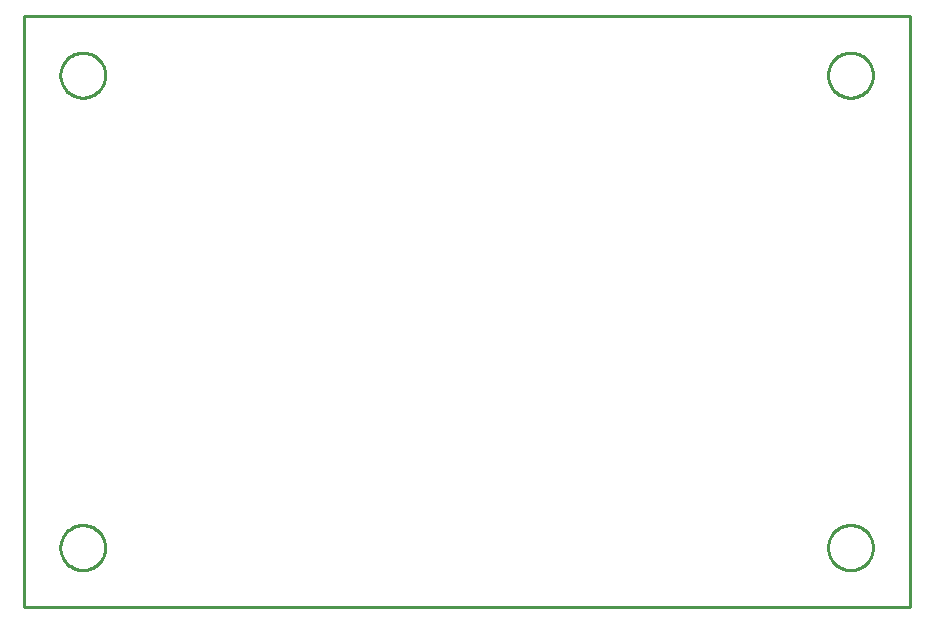
<source format=gbr>
G04 EAGLE Gerber RS-274X export*
G75*
%MOMM*%
%FSLAX34Y34*%
%LPD*%
%IN*%
%IPPOS*%
%AMOC8*
5,1,8,0,0,1.08239X$1,22.5*%
G01*
%ADD10C,0.254000*%


D10*
X0Y0D02*
X750000Y0D01*
X750000Y500000D01*
X0Y500000D01*
X0Y0D01*
X69000Y49426D02*
X68931Y48280D01*
X68792Y47140D01*
X68585Y46010D01*
X68311Y44896D01*
X67969Y43799D01*
X67562Y42726D01*
X67090Y41679D01*
X66557Y40662D01*
X65963Y39679D01*
X65311Y38734D01*
X64602Y37830D01*
X63841Y36971D01*
X63029Y36159D01*
X62170Y35398D01*
X61266Y34689D01*
X60321Y34037D01*
X59338Y33443D01*
X58321Y32910D01*
X57274Y32438D01*
X56201Y32031D01*
X55104Y31690D01*
X53990Y31415D01*
X52860Y31208D01*
X51720Y31069D01*
X50574Y31000D01*
X49426Y31000D01*
X48280Y31069D01*
X47140Y31208D01*
X46010Y31415D01*
X44896Y31690D01*
X43799Y32031D01*
X42726Y32438D01*
X41679Y32910D01*
X40662Y33443D01*
X39679Y34037D01*
X38734Y34689D01*
X37830Y35398D01*
X36971Y36159D01*
X36159Y36971D01*
X35398Y37830D01*
X34689Y38734D01*
X34037Y39679D01*
X33443Y40662D01*
X32910Y41679D01*
X32438Y42726D01*
X32031Y43799D01*
X31690Y44896D01*
X31415Y46010D01*
X31208Y47140D01*
X31069Y48280D01*
X31000Y49426D01*
X31000Y50574D01*
X31069Y51720D01*
X31208Y52860D01*
X31415Y53990D01*
X31690Y55104D01*
X32031Y56201D01*
X32438Y57274D01*
X32910Y58321D01*
X33443Y59338D01*
X34037Y60321D01*
X34689Y61266D01*
X35398Y62170D01*
X36159Y63029D01*
X36971Y63841D01*
X37830Y64602D01*
X38734Y65311D01*
X39679Y65963D01*
X40662Y66557D01*
X41679Y67090D01*
X42726Y67562D01*
X43799Y67969D01*
X44896Y68311D01*
X46010Y68585D01*
X47140Y68792D01*
X48280Y68931D01*
X49426Y69000D01*
X50574Y69000D01*
X51720Y68931D01*
X52860Y68792D01*
X53990Y68585D01*
X55104Y68311D01*
X56201Y67969D01*
X57274Y67562D01*
X58321Y67090D01*
X59338Y66557D01*
X60321Y65963D01*
X61266Y65311D01*
X62170Y64602D01*
X63029Y63841D01*
X63841Y63029D01*
X64602Y62170D01*
X65311Y61266D01*
X65963Y60321D01*
X66557Y59338D01*
X67090Y58321D01*
X67562Y57274D01*
X67969Y56201D01*
X68311Y55104D01*
X68585Y53990D01*
X68792Y52860D01*
X68931Y51720D01*
X69000Y50574D01*
X69000Y49426D01*
X69000Y449426D02*
X68931Y448280D01*
X68792Y447140D01*
X68585Y446010D01*
X68311Y444896D01*
X67969Y443799D01*
X67562Y442726D01*
X67090Y441679D01*
X66557Y440662D01*
X65963Y439679D01*
X65311Y438734D01*
X64602Y437830D01*
X63841Y436971D01*
X63029Y436159D01*
X62170Y435398D01*
X61266Y434689D01*
X60321Y434037D01*
X59338Y433443D01*
X58321Y432910D01*
X57274Y432438D01*
X56201Y432031D01*
X55104Y431690D01*
X53990Y431415D01*
X52860Y431208D01*
X51720Y431069D01*
X50574Y431000D01*
X49426Y431000D01*
X48280Y431069D01*
X47140Y431208D01*
X46010Y431415D01*
X44896Y431690D01*
X43799Y432031D01*
X42726Y432438D01*
X41679Y432910D01*
X40662Y433443D01*
X39679Y434037D01*
X38734Y434689D01*
X37830Y435398D01*
X36971Y436159D01*
X36159Y436971D01*
X35398Y437830D01*
X34689Y438734D01*
X34037Y439679D01*
X33443Y440662D01*
X32910Y441679D01*
X32438Y442726D01*
X32031Y443799D01*
X31690Y444896D01*
X31415Y446010D01*
X31208Y447140D01*
X31069Y448280D01*
X31000Y449426D01*
X31000Y450574D01*
X31069Y451720D01*
X31208Y452860D01*
X31415Y453990D01*
X31690Y455104D01*
X32031Y456201D01*
X32438Y457274D01*
X32910Y458321D01*
X33443Y459338D01*
X34037Y460321D01*
X34689Y461266D01*
X35398Y462170D01*
X36159Y463029D01*
X36971Y463841D01*
X37830Y464602D01*
X38734Y465311D01*
X39679Y465963D01*
X40662Y466557D01*
X41679Y467090D01*
X42726Y467562D01*
X43799Y467969D01*
X44896Y468311D01*
X46010Y468585D01*
X47140Y468792D01*
X48280Y468931D01*
X49426Y469000D01*
X50574Y469000D01*
X51720Y468931D01*
X52860Y468792D01*
X53990Y468585D01*
X55104Y468311D01*
X56201Y467969D01*
X57274Y467562D01*
X58321Y467090D01*
X59338Y466557D01*
X60321Y465963D01*
X61266Y465311D01*
X62170Y464602D01*
X63029Y463841D01*
X63841Y463029D01*
X64602Y462170D01*
X65311Y461266D01*
X65963Y460321D01*
X66557Y459338D01*
X67090Y458321D01*
X67562Y457274D01*
X67969Y456201D01*
X68311Y455104D01*
X68585Y453990D01*
X68792Y452860D01*
X68931Y451720D01*
X69000Y450574D01*
X69000Y449426D01*
X719000Y449426D02*
X718931Y448280D01*
X718792Y447140D01*
X718585Y446010D01*
X718311Y444896D01*
X717969Y443799D01*
X717562Y442726D01*
X717090Y441679D01*
X716557Y440662D01*
X715963Y439679D01*
X715311Y438734D01*
X714602Y437830D01*
X713841Y436971D01*
X713029Y436159D01*
X712170Y435398D01*
X711266Y434689D01*
X710321Y434037D01*
X709338Y433443D01*
X708321Y432910D01*
X707274Y432438D01*
X706201Y432031D01*
X705104Y431690D01*
X703990Y431415D01*
X702860Y431208D01*
X701720Y431069D01*
X700574Y431000D01*
X699426Y431000D01*
X698280Y431069D01*
X697140Y431208D01*
X696010Y431415D01*
X694896Y431690D01*
X693799Y432031D01*
X692726Y432438D01*
X691679Y432910D01*
X690662Y433443D01*
X689679Y434037D01*
X688734Y434689D01*
X687830Y435398D01*
X686971Y436159D01*
X686159Y436971D01*
X685398Y437830D01*
X684689Y438734D01*
X684037Y439679D01*
X683443Y440662D01*
X682910Y441679D01*
X682438Y442726D01*
X682031Y443799D01*
X681690Y444896D01*
X681415Y446010D01*
X681208Y447140D01*
X681069Y448280D01*
X681000Y449426D01*
X681000Y450574D01*
X681069Y451720D01*
X681208Y452860D01*
X681415Y453990D01*
X681690Y455104D01*
X682031Y456201D01*
X682438Y457274D01*
X682910Y458321D01*
X683443Y459338D01*
X684037Y460321D01*
X684689Y461266D01*
X685398Y462170D01*
X686159Y463029D01*
X686971Y463841D01*
X687830Y464602D01*
X688734Y465311D01*
X689679Y465963D01*
X690662Y466557D01*
X691679Y467090D01*
X692726Y467562D01*
X693799Y467969D01*
X694896Y468311D01*
X696010Y468585D01*
X697140Y468792D01*
X698280Y468931D01*
X699426Y469000D01*
X700574Y469000D01*
X701720Y468931D01*
X702860Y468792D01*
X703990Y468585D01*
X705104Y468311D01*
X706201Y467969D01*
X707274Y467562D01*
X708321Y467090D01*
X709338Y466557D01*
X710321Y465963D01*
X711266Y465311D01*
X712170Y464602D01*
X713029Y463841D01*
X713841Y463029D01*
X714602Y462170D01*
X715311Y461266D01*
X715963Y460321D01*
X716557Y459338D01*
X717090Y458321D01*
X717562Y457274D01*
X717969Y456201D01*
X718311Y455104D01*
X718585Y453990D01*
X718792Y452860D01*
X718931Y451720D01*
X719000Y450574D01*
X719000Y449426D01*
X719000Y49426D02*
X718931Y48280D01*
X718792Y47140D01*
X718585Y46010D01*
X718311Y44896D01*
X717969Y43799D01*
X717562Y42726D01*
X717090Y41679D01*
X716557Y40662D01*
X715963Y39679D01*
X715311Y38734D01*
X714602Y37830D01*
X713841Y36971D01*
X713029Y36159D01*
X712170Y35398D01*
X711266Y34689D01*
X710321Y34037D01*
X709338Y33443D01*
X708321Y32910D01*
X707274Y32438D01*
X706201Y32031D01*
X705104Y31690D01*
X703990Y31415D01*
X702860Y31208D01*
X701720Y31069D01*
X700574Y31000D01*
X699426Y31000D01*
X698280Y31069D01*
X697140Y31208D01*
X696010Y31415D01*
X694896Y31690D01*
X693799Y32031D01*
X692726Y32438D01*
X691679Y32910D01*
X690662Y33443D01*
X689679Y34037D01*
X688734Y34689D01*
X687830Y35398D01*
X686971Y36159D01*
X686159Y36971D01*
X685398Y37830D01*
X684689Y38734D01*
X684037Y39679D01*
X683443Y40662D01*
X682910Y41679D01*
X682438Y42726D01*
X682031Y43799D01*
X681690Y44896D01*
X681415Y46010D01*
X681208Y47140D01*
X681069Y48280D01*
X681000Y49426D01*
X681000Y50574D01*
X681069Y51720D01*
X681208Y52860D01*
X681415Y53990D01*
X681690Y55104D01*
X682031Y56201D01*
X682438Y57274D01*
X682910Y58321D01*
X683443Y59338D01*
X684037Y60321D01*
X684689Y61266D01*
X685398Y62170D01*
X686159Y63029D01*
X686971Y63841D01*
X687830Y64602D01*
X688734Y65311D01*
X689679Y65963D01*
X690662Y66557D01*
X691679Y67090D01*
X692726Y67562D01*
X693799Y67969D01*
X694896Y68311D01*
X696010Y68585D01*
X697140Y68792D01*
X698280Y68931D01*
X699426Y69000D01*
X700574Y69000D01*
X701720Y68931D01*
X702860Y68792D01*
X703990Y68585D01*
X705104Y68311D01*
X706201Y67969D01*
X707274Y67562D01*
X708321Y67090D01*
X709338Y66557D01*
X710321Y65963D01*
X711266Y65311D01*
X712170Y64602D01*
X713029Y63841D01*
X713841Y63029D01*
X714602Y62170D01*
X715311Y61266D01*
X715963Y60321D01*
X716557Y59338D01*
X717090Y58321D01*
X717562Y57274D01*
X717969Y56201D01*
X718311Y55104D01*
X718585Y53990D01*
X718792Y52860D01*
X718931Y51720D01*
X719000Y50574D01*
X719000Y49426D01*
M02*

</source>
